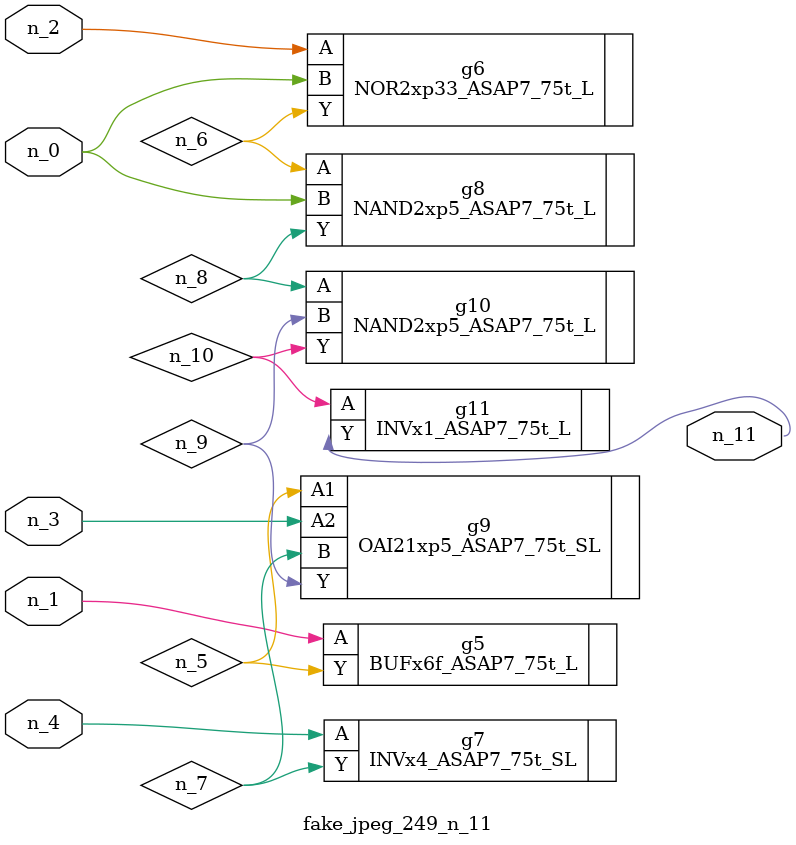
<source format=v>
module fake_jpeg_249_n_11 (n_3, n_2, n_1, n_0, n_4, n_11);

input n_3;
input n_2;
input n_1;
input n_0;
input n_4;

output n_11;

wire n_10;
wire n_8;
wire n_9;
wire n_6;
wire n_5;
wire n_7;

BUFx6f_ASAP7_75t_L g5 ( 
.A(n_1),
.Y(n_5)
);

NOR2xp33_ASAP7_75t_L g6 ( 
.A(n_2),
.B(n_0),
.Y(n_6)
);

INVx4_ASAP7_75t_SL g7 ( 
.A(n_4),
.Y(n_7)
);

NAND2xp5_ASAP7_75t_L g8 ( 
.A(n_6),
.B(n_0),
.Y(n_8)
);

NAND2xp5_ASAP7_75t_L g10 ( 
.A(n_8),
.B(n_9),
.Y(n_10)
);

OAI21xp5_ASAP7_75t_SL g9 ( 
.A1(n_5),
.A2(n_3),
.B(n_7),
.Y(n_9)
);

INVx1_ASAP7_75t_L g11 ( 
.A(n_10),
.Y(n_11)
);


endmodule
</source>
